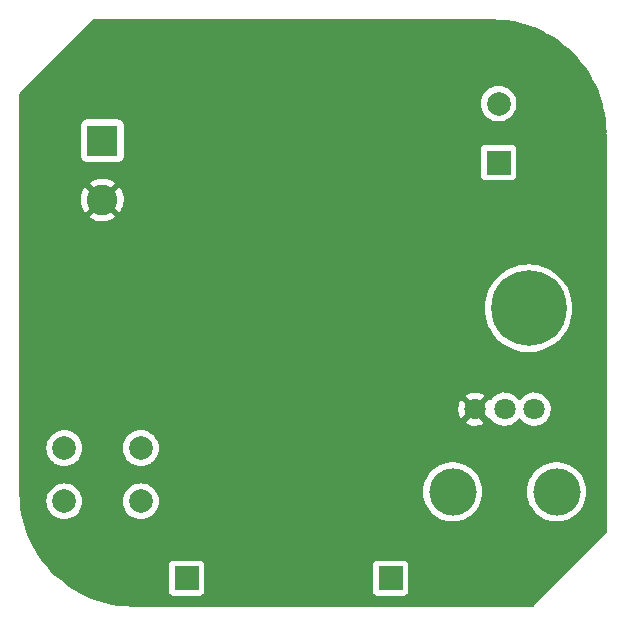
<source format=gbr>
%TF.GenerationSoftware,KiCad,Pcbnew,(6.0.10)*%
%TF.CreationDate,2023-02-14T20:35:35-05:00*%
%TF.ProjectId,starterProject,73746172-7465-4725-9072-6f6a6563742e,rev?*%
%TF.SameCoordinates,Original*%
%TF.FileFunction,Copper,L2,Bot*%
%TF.FilePolarity,Positive*%
%FSLAX46Y46*%
G04 Gerber Fmt 4.6, Leading zero omitted, Abs format (unit mm)*
G04 Created by KiCad (PCBNEW (6.0.10)) date 2023-02-14 20:35:35*
%MOMM*%
%LPD*%
G01*
G04 APERTURE LIST*
%TA.AperFunction,ComponentPad*%
%ADD10R,2.000000X2.000000*%
%TD*%
%TA.AperFunction,WasherPad*%
%ADD11C,4.000000*%
%TD*%
%TA.AperFunction,ComponentPad*%
%ADD12C,1.800000*%
%TD*%
%TA.AperFunction,ComponentPad*%
%ADD13C,2.000000*%
%TD*%
%TA.AperFunction,ComponentPad*%
%ADD14C,6.400000*%
%TD*%
%TA.AperFunction,ComponentPad*%
%ADD15R,2.600000X2.600000*%
%TD*%
%TA.AperFunction,ComponentPad*%
%ADD16C,2.600000*%
%TD*%
%TA.AperFunction,ViaPad*%
%ADD17C,0.762000*%
%TD*%
G04 APERTURE END LIST*
D10*
%TO.P,TP2,1,1*%
%TO.N,Net-(RV1-Pad2)*%
X132588000Y-99715977D03*
%TD*%
D11*
%TO.P,RV1,*%
%TO.N,*%
X137840000Y-92390000D03*
X146640000Y-92390000D03*
D12*
%TO.P,RV1,1,1*%
%TO.N,+3.3V*%
X139740000Y-85390000D03*
%TO.P,RV1,2,2*%
%TO.N,Net-(RV1-Pad2)*%
X142240000Y-85390000D03*
%TO.P,RV1,3,3*%
%TO.N,GND*%
X144740000Y-85390000D03*
%TD*%
D13*
%TO.P,SW1,1,1*%
%TO.N,GND*%
X111454000Y-93182000D03*
X104954000Y-93182000D03*
%TO.P,SW1,2,2*%
%TO.N,Net-(SW1-Pad2)*%
X104954000Y-88682000D03*
X111454000Y-88682000D03*
%TD*%
D10*
%TO.P,TP1,1,1*%
%TO.N,GND*%
X115316000Y-99715977D03*
%TD*%
D14*
%TO.P,REF\u002A\u002A,1*%
%TO.N,N/C*%
X144272000Y-76855977D03*
%TD*%
D15*
%TO.P,J1,1,Pin_1*%
%TO.N,GND*%
X108188000Y-62671977D03*
D16*
%TO.P,J1,2,Pin_2*%
%TO.N,+3.3V*%
X108188000Y-67671977D03*
%TD*%
D10*
%TO.P,BZ1,1,-*%
%TO.N,Net-(BZ1-Pad1)*%
X141732000Y-64516000D03*
D13*
%TO.P,BZ1,2,+*%
%TO.N,GND*%
X141732000Y-59516000D03*
%TD*%
D17*
%TO.N,+3.3V*%
X116840000Y-74168000D03*
X121412000Y-74168000D03*
%TD*%
%TA.AperFunction,Conductor*%
%TO.N,+3.3V*%
G36*
X141194020Y-52398205D02*
G01*
X141208125Y-52400401D01*
X141208328Y-52400433D01*
X141217724Y-52401896D01*
X141226626Y-52400732D01*
X141226628Y-52400732D01*
X141234424Y-52399712D01*
X141240837Y-52398874D01*
X141261129Y-52397872D01*
X141826065Y-52415626D01*
X141833965Y-52416123D01*
X142175432Y-52448401D01*
X142429719Y-52472438D01*
X142437554Y-52473428D01*
X143028604Y-52567041D01*
X143036372Y-52568524D01*
X143620372Y-52699064D01*
X143628039Y-52701032D01*
X143903338Y-52781013D01*
X144202687Y-52867982D01*
X144210190Y-52870420D01*
X144773243Y-53073131D01*
X144780571Y-53076033D01*
X145329787Y-53313700D01*
X145336919Y-53317056D01*
X145670713Y-53487132D01*
X145870128Y-53588739D01*
X145877064Y-53592553D01*
X146392113Y-53897153D01*
X146398796Y-53901394D01*
X146893732Y-54237752D01*
X146900136Y-54242405D01*
X147372972Y-54609175D01*
X147379071Y-54614220D01*
X147827932Y-55009943D01*
X147833703Y-55015362D01*
X148256842Y-55438502D01*
X148262260Y-55444272D01*
X148657983Y-55893133D01*
X148663028Y-55899232D01*
X149029803Y-56372075D01*
X149034456Y-56378479D01*
X149370796Y-56873389D01*
X149375038Y-56880072D01*
X149679656Y-57395153D01*
X149683469Y-57402089D01*
X149955146Y-57935285D01*
X149958509Y-57942433D01*
X150196161Y-58491618D01*
X150199075Y-58498977D01*
X150246534Y-58630798D01*
X150398615Y-59053218D01*
X150401777Y-59062002D01*
X150404219Y-59069518D01*
X150466597Y-59284223D01*
X150571170Y-59644166D01*
X150573139Y-59651833D01*
X150695309Y-60198389D01*
X150703678Y-60235832D01*
X150705160Y-60243600D01*
X150730789Y-60405416D01*
X150798772Y-60834643D01*
X150799764Y-60842497D01*
X150856077Y-61438240D01*
X150856574Y-61446139D01*
X150874091Y-62003531D01*
X150872653Y-62026874D01*
X150871690Y-62033056D01*
X150871690Y-62033060D01*
X150870309Y-62041929D01*
X150871473Y-62050831D01*
X150871473Y-62050833D01*
X150874436Y-62073488D01*
X150875500Y-62089826D01*
X150875500Y-95822616D01*
X150855498Y-95890737D01*
X150838890Y-95911416D01*
X144721401Y-102069541D01*
X144659202Y-102103772D01*
X144632014Y-102106741D01*
X129557403Y-102107079D01*
X110865563Y-102107499D01*
X110846185Y-102106000D01*
X110832080Y-102103804D01*
X110831351Y-102103690D01*
X110822481Y-102102309D01*
X110813579Y-102103473D01*
X110813577Y-102103473D01*
X110805781Y-102104493D01*
X110799368Y-102105331D01*
X110779076Y-102106333D01*
X110214139Y-102088579D01*
X110206240Y-102088082D01*
X109610497Y-102031769D01*
X109602643Y-102030777D01*
X109532745Y-102019706D01*
X109011599Y-101937165D01*
X109003831Y-101935682D01*
X108419831Y-101805142D01*
X108412164Y-101803174D01*
X108136865Y-101723193D01*
X107837516Y-101636224D01*
X107830013Y-101633786D01*
X107548488Y-101532431D01*
X107266975Y-101431080D01*
X107259616Y-101428166D01*
X106710431Y-101190514D01*
X106703283Y-101187151D01*
X106170086Y-100915473D01*
X106163150Y-100911660D01*
X105913658Y-100764111D01*
X113807500Y-100764111D01*
X113814255Y-100826293D01*
X113865385Y-100962682D01*
X113952739Y-101079238D01*
X114069295Y-101166592D01*
X114205684Y-101217722D01*
X114267866Y-101224477D01*
X116364134Y-101224477D01*
X116426316Y-101217722D01*
X116562705Y-101166592D01*
X116679261Y-101079238D01*
X116766615Y-100962682D01*
X116817745Y-100826293D01*
X116824500Y-100764111D01*
X131079500Y-100764111D01*
X131086255Y-100826293D01*
X131137385Y-100962682D01*
X131224739Y-101079238D01*
X131341295Y-101166592D01*
X131477684Y-101217722D01*
X131539866Y-101224477D01*
X133636134Y-101224477D01*
X133698316Y-101217722D01*
X133834705Y-101166592D01*
X133951261Y-101079238D01*
X134038615Y-100962682D01*
X134089745Y-100826293D01*
X134096500Y-100764111D01*
X134096500Y-98667843D01*
X134089745Y-98605661D01*
X134038615Y-98469272D01*
X133951261Y-98352716D01*
X133834705Y-98265362D01*
X133698316Y-98214232D01*
X133636134Y-98207477D01*
X131539866Y-98207477D01*
X131477684Y-98214232D01*
X131341295Y-98265362D01*
X131224739Y-98352716D01*
X131137385Y-98469272D01*
X131086255Y-98605661D01*
X131079500Y-98667843D01*
X131079500Y-100764111D01*
X116824500Y-100764111D01*
X116824500Y-98667843D01*
X116817745Y-98605661D01*
X116766615Y-98469272D01*
X116679261Y-98352716D01*
X116562705Y-98265362D01*
X116426316Y-98214232D01*
X116364134Y-98207477D01*
X114267866Y-98207477D01*
X114205684Y-98214232D01*
X114069295Y-98265362D01*
X113952739Y-98352716D01*
X113865385Y-98469272D01*
X113814255Y-98605661D01*
X113807500Y-98667843D01*
X113807500Y-100764111D01*
X105913658Y-100764111D01*
X105648076Y-100607047D01*
X105641392Y-100602805D01*
X105146468Y-100266455D01*
X105140065Y-100261803D01*
X105085235Y-100219272D01*
X104667228Y-99895033D01*
X104661129Y-99889987D01*
X104212260Y-99494256D01*
X104206490Y-99488837D01*
X103783366Y-99065713D01*
X103777947Y-99059943D01*
X103574770Y-98829484D01*
X103382203Y-98611059D01*
X103377181Y-98604990D01*
X103010395Y-98132132D01*
X103005748Y-98125736D01*
X102669387Y-97630796D01*
X102665165Y-97624144D01*
X102360542Y-97109054D01*
X102356729Y-97102118D01*
X102143364Y-96683367D01*
X102085051Y-96568921D01*
X102081695Y-96561789D01*
X101844029Y-96012574D01*
X101841127Y-96005244D01*
X101638415Y-95442191D01*
X101635973Y-95434676D01*
X101469027Y-94860040D01*
X101467059Y-94852373D01*
X101336519Y-94268373D01*
X101335035Y-94260598D01*
X101241423Y-93669555D01*
X101240432Y-93661711D01*
X101195086Y-93182000D01*
X103440835Y-93182000D01*
X103459465Y-93418711D01*
X103514895Y-93649594D01*
X103605760Y-93868963D01*
X103608346Y-93873183D01*
X103727241Y-94067202D01*
X103727245Y-94067208D01*
X103729824Y-94071416D01*
X103884031Y-94251969D01*
X104064584Y-94406176D01*
X104068792Y-94408755D01*
X104068798Y-94408759D01*
X104262817Y-94527654D01*
X104267037Y-94530240D01*
X104271607Y-94532133D01*
X104271611Y-94532135D01*
X104481833Y-94619211D01*
X104486406Y-94621105D01*
X104566609Y-94640360D01*
X104712476Y-94675380D01*
X104712482Y-94675381D01*
X104717289Y-94676535D01*
X104954000Y-94695165D01*
X105190711Y-94676535D01*
X105195518Y-94675381D01*
X105195524Y-94675380D01*
X105341391Y-94640360D01*
X105421594Y-94621105D01*
X105426167Y-94619211D01*
X105636389Y-94532135D01*
X105636393Y-94532133D01*
X105640963Y-94530240D01*
X105645183Y-94527654D01*
X105839202Y-94408759D01*
X105839208Y-94408755D01*
X105843416Y-94406176D01*
X106023969Y-94251969D01*
X106178176Y-94071416D01*
X106180755Y-94067208D01*
X106180759Y-94067202D01*
X106299654Y-93873183D01*
X106302240Y-93868963D01*
X106393105Y-93649594D01*
X106448535Y-93418711D01*
X106467165Y-93182000D01*
X109940835Y-93182000D01*
X109959465Y-93418711D01*
X110014895Y-93649594D01*
X110105760Y-93868963D01*
X110108346Y-93873183D01*
X110227241Y-94067202D01*
X110227245Y-94067208D01*
X110229824Y-94071416D01*
X110384031Y-94251969D01*
X110564584Y-94406176D01*
X110568792Y-94408755D01*
X110568798Y-94408759D01*
X110762817Y-94527654D01*
X110767037Y-94530240D01*
X110771607Y-94532133D01*
X110771611Y-94532135D01*
X110981833Y-94619211D01*
X110986406Y-94621105D01*
X111066609Y-94640360D01*
X111212476Y-94675380D01*
X111212482Y-94675381D01*
X111217289Y-94676535D01*
X111454000Y-94695165D01*
X111690711Y-94676535D01*
X111695518Y-94675381D01*
X111695524Y-94675380D01*
X111841391Y-94640360D01*
X111921594Y-94621105D01*
X111926167Y-94619211D01*
X112136389Y-94532135D01*
X112136393Y-94532133D01*
X112140963Y-94530240D01*
X112145183Y-94527654D01*
X112339202Y-94408759D01*
X112339208Y-94408755D01*
X112343416Y-94406176D01*
X112523969Y-94251969D01*
X112678176Y-94071416D01*
X112680755Y-94067208D01*
X112680759Y-94067202D01*
X112799654Y-93873183D01*
X112802240Y-93868963D01*
X112893105Y-93649594D01*
X112948535Y-93418711D01*
X112967165Y-93182000D01*
X112948535Y-92945289D01*
X112893105Y-92714406D01*
X112802240Y-92495037D01*
X112770626Y-92443448D01*
X112737873Y-92390000D01*
X135326540Y-92390000D01*
X135346359Y-92705020D01*
X135405505Y-93015072D01*
X135503044Y-93315266D01*
X135504731Y-93318852D01*
X135504733Y-93318856D01*
X135635750Y-93597283D01*
X135635754Y-93597290D01*
X135637438Y-93600869D01*
X135806568Y-93867375D01*
X136007767Y-94110582D01*
X136237860Y-94326654D01*
X136493221Y-94512184D01*
X136496690Y-94514091D01*
X136496693Y-94514093D01*
X136687901Y-94619211D01*
X136769821Y-94664247D01*
X136773490Y-94665700D01*
X136773495Y-94665702D01*
X137059628Y-94778990D01*
X137063298Y-94780443D01*
X137369025Y-94858940D01*
X137682179Y-94898500D01*
X137997821Y-94898500D01*
X138310975Y-94858940D01*
X138616702Y-94780443D01*
X138620372Y-94778990D01*
X138906505Y-94665702D01*
X138906510Y-94665700D01*
X138910179Y-94664247D01*
X138992099Y-94619211D01*
X139183307Y-94514093D01*
X139183310Y-94514091D01*
X139186779Y-94512184D01*
X139442140Y-94326654D01*
X139672233Y-94110582D01*
X139873432Y-93867375D01*
X140042562Y-93600869D01*
X140044246Y-93597290D01*
X140044250Y-93597283D01*
X140175267Y-93318856D01*
X140175269Y-93318852D01*
X140176956Y-93315266D01*
X140274495Y-93015072D01*
X140333641Y-92705020D01*
X140353460Y-92390000D01*
X144126540Y-92390000D01*
X144146359Y-92705020D01*
X144205505Y-93015072D01*
X144303044Y-93315266D01*
X144304731Y-93318852D01*
X144304733Y-93318856D01*
X144435750Y-93597283D01*
X144435754Y-93597290D01*
X144437438Y-93600869D01*
X144606568Y-93867375D01*
X144807767Y-94110582D01*
X145037860Y-94326654D01*
X145293221Y-94512184D01*
X145296690Y-94514091D01*
X145296693Y-94514093D01*
X145487901Y-94619211D01*
X145569821Y-94664247D01*
X145573490Y-94665700D01*
X145573495Y-94665702D01*
X145859628Y-94778990D01*
X145863298Y-94780443D01*
X146169025Y-94858940D01*
X146482179Y-94898500D01*
X146797821Y-94898500D01*
X147110975Y-94858940D01*
X147416702Y-94780443D01*
X147420372Y-94778990D01*
X147706505Y-94665702D01*
X147706510Y-94665700D01*
X147710179Y-94664247D01*
X147792099Y-94619211D01*
X147983307Y-94514093D01*
X147983310Y-94514091D01*
X147986779Y-94512184D01*
X148242140Y-94326654D01*
X148472233Y-94110582D01*
X148673432Y-93867375D01*
X148842562Y-93600869D01*
X148844246Y-93597290D01*
X148844250Y-93597283D01*
X148975267Y-93318856D01*
X148975269Y-93318852D01*
X148976956Y-93315266D01*
X149074495Y-93015072D01*
X149133641Y-92705020D01*
X149153460Y-92390000D01*
X149133641Y-92074980D01*
X149074495Y-91764928D01*
X148976956Y-91464734D01*
X148975267Y-91461144D01*
X148844250Y-91182717D01*
X148844246Y-91182710D01*
X148842562Y-91179131D01*
X148673432Y-90912625D01*
X148472233Y-90669418D01*
X148242140Y-90453346D01*
X147986779Y-90267816D01*
X147853923Y-90194777D01*
X147713648Y-90117660D01*
X147713647Y-90117659D01*
X147710179Y-90115753D01*
X147706510Y-90114300D01*
X147706505Y-90114298D01*
X147420372Y-90001010D01*
X147420371Y-90001010D01*
X147416702Y-89999557D01*
X147110975Y-89921060D01*
X146797821Y-89881500D01*
X146482179Y-89881500D01*
X146169025Y-89921060D01*
X145863298Y-89999557D01*
X145859629Y-90001010D01*
X145859628Y-90001010D01*
X145573495Y-90114298D01*
X145573490Y-90114300D01*
X145569821Y-90115753D01*
X145566353Y-90117659D01*
X145566352Y-90117660D01*
X145426078Y-90194777D01*
X145293221Y-90267816D01*
X145037860Y-90453346D01*
X144807767Y-90669418D01*
X144606568Y-90912625D01*
X144437438Y-91179131D01*
X144435754Y-91182710D01*
X144435750Y-91182717D01*
X144304733Y-91461144D01*
X144303044Y-91464734D01*
X144205505Y-91764928D01*
X144146359Y-92074980D01*
X144126540Y-92390000D01*
X140353460Y-92390000D01*
X140333641Y-92074980D01*
X140274495Y-91764928D01*
X140176956Y-91464734D01*
X140175267Y-91461144D01*
X140044250Y-91182717D01*
X140044246Y-91182710D01*
X140042562Y-91179131D01*
X139873432Y-90912625D01*
X139672233Y-90669418D01*
X139442140Y-90453346D01*
X139186779Y-90267816D01*
X139053923Y-90194777D01*
X138913648Y-90117660D01*
X138913647Y-90117659D01*
X138910179Y-90115753D01*
X138906510Y-90114300D01*
X138906505Y-90114298D01*
X138620372Y-90001010D01*
X138620371Y-90001010D01*
X138616702Y-89999557D01*
X138310975Y-89921060D01*
X137997821Y-89881500D01*
X137682179Y-89881500D01*
X137369025Y-89921060D01*
X137063298Y-89999557D01*
X137059629Y-90001010D01*
X137059628Y-90001010D01*
X136773495Y-90114298D01*
X136773490Y-90114300D01*
X136769821Y-90115753D01*
X136766353Y-90117659D01*
X136766352Y-90117660D01*
X136626078Y-90194777D01*
X136493221Y-90267816D01*
X136237860Y-90453346D01*
X136007767Y-90669418D01*
X135806568Y-90912625D01*
X135637438Y-91179131D01*
X135635754Y-91182710D01*
X135635750Y-91182717D01*
X135504733Y-91461144D01*
X135503044Y-91464734D01*
X135405505Y-91764928D01*
X135346359Y-92074980D01*
X135326540Y-92390000D01*
X112737873Y-92390000D01*
X112680759Y-92296798D01*
X112680755Y-92296792D01*
X112678176Y-92292584D01*
X112523969Y-92112031D01*
X112343416Y-91957824D01*
X112339208Y-91955245D01*
X112339202Y-91955241D01*
X112145183Y-91836346D01*
X112140963Y-91833760D01*
X112136393Y-91831867D01*
X112136389Y-91831865D01*
X111926167Y-91744789D01*
X111926165Y-91744788D01*
X111921594Y-91742895D01*
X111841391Y-91723640D01*
X111695524Y-91688620D01*
X111695518Y-91688619D01*
X111690711Y-91687465D01*
X111454000Y-91668835D01*
X111217289Y-91687465D01*
X111212482Y-91688619D01*
X111212476Y-91688620D01*
X111066609Y-91723640D01*
X110986406Y-91742895D01*
X110981835Y-91744788D01*
X110981833Y-91744789D01*
X110771611Y-91831865D01*
X110771607Y-91831867D01*
X110767037Y-91833760D01*
X110762817Y-91836346D01*
X110568798Y-91955241D01*
X110568792Y-91955245D01*
X110564584Y-91957824D01*
X110384031Y-92112031D01*
X110229824Y-92292584D01*
X110227245Y-92296792D01*
X110227241Y-92296798D01*
X110137374Y-92443448D01*
X110105760Y-92495037D01*
X110014895Y-92714406D01*
X109959465Y-92945289D01*
X109940835Y-93182000D01*
X106467165Y-93182000D01*
X106448535Y-92945289D01*
X106393105Y-92714406D01*
X106302240Y-92495037D01*
X106270626Y-92443448D01*
X106180759Y-92296798D01*
X106180755Y-92296792D01*
X106178176Y-92292584D01*
X106023969Y-92112031D01*
X105843416Y-91957824D01*
X105839208Y-91955245D01*
X105839202Y-91955241D01*
X105645183Y-91836346D01*
X105640963Y-91833760D01*
X105636393Y-91831867D01*
X105636389Y-91831865D01*
X105426167Y-91744789D01*
X105426165Y-91744788D01*
X105421594Y-91742895D01*
X105341391Y-91723640D01*
X105195524Y-91688620D01*
X105195518Y-91688619D01*
X105190711Y-91687465D01*
X104954000Y-91668835D01*
X104717289Y-91687465D01*
X104712482Y-91688619D01*
X104712476Y-91688620D01*
X104566609Y-91723640D01*
X104486406Y-91742895D01*
X104481835Y-91744788D01*
X104481833Y-91744789D01*
X104271611Y-91831865D01*
X104271607Y-91831867D01*
X104267037Y-91833760D01*
X104262817Y-91836346D01*
X104068798Y-91955241D01*
X104068792Y-91955245D01*
X104064584Y-91957824D01*
X103884031Y-92112031D01*
X103729824Y-92292584D01*
X103727245Y-92296792D01*
X103727241Y-92296798D01*
X103637374Y-92443448D01*
X103605760Y-92495037D01*
X103514895Y-92714406D01*
X103459465Y-92945289D01*
X103440835Y-93182000D01*
X101195086Y-93182000D01*
X101184118Y-93065965D01*
X101183621Y-93058065D01*
X101166106Y-92500725D01*
X101167544Y-92477384D01*
X101168515Y-92471150D01*
X101168515Y-92471145D01*
X101169896Y-92462276D01*
X101165769Y-92430714D01*
X101164705Y-92414379D01*
X101164705Y-88682000D01*
X103440835Y-88682000D01*
X103459465Y-88918711D01*
X103514895Y-89149594D01*
X103605760Y-89368963D01*
X103608346Y-89373183D01*
X103727241Y-89567202D01*
X103727245Y-89567208D01*
X103729824Y-89571416D01*
X103884031Y-89751969D01*
X104064584Y-89906176D01*
X104068792Y-89908755D01*
X104068798Y-89908759D01*
X104215366Y-89998576D01*
X104267037Y-90030240D01*
X104271607Y-90032133D01*
X104271611Y-90032135D01*
X104469972Y-90114298D01*
X104486406Y-90121105D01*
X104566609Y-90140360D01*
X104712476Y-90175380D01*
X104712482Y-90175381D01*
X104717289Y-90176535D01*
X104954000Y-90195165D01*
X105190711Y-90176535D01*
X105195518Y-90175381D01*
X105195524Y-90175380D01*
X105341391Y-90140360D01*
X105421594Y-90121105D01*
X105438028Y-90114298D01*
X105636389Y-90032135D01*
X105636393Y-90032133D01*
X105640963Y-90030240D01*
X105692634Y-89998576D01*
X105839202Y-89908759D01*
X105839208Y-89908755D01*
X105843416Y-89906176D01*
X106023969Y-89751969D01*
X106178176Y-89571416D01*
X106180755Y-89567208D01*
X106180759Y-89567202D01*
X106299654Y-89373183D01*
X106302240Y-89368963D01*
X106393105Y-89149594D01*
X106448535Y-88918711D01*
X106467165Y-88682000D01*
X109940835Y-88682000D01*
X109959465Y-88918711D01*
X110014895Y-89149594D01*
X110105760Y-89368963D01*
X110108346Y-89373183D01*
X110227241Y-89567202D01*
X110227245Y-89567208D01*
X110229824Y-89571416D01*
X110384031Y-89751969D01*
X110564584Y-89906176D01*
X110568792Y-89908755D01*
X110568798Y-89908759D01*
X110715366Y-89998576D01*
X110767037Y-90030240D01*
X110771607Y-90032133D01*
X110771611Y-90032135D01*
X110969972Y-90114298D01*
X110986406Y-90121105D01*
X111066609Y-90140360D01*
X111212476Y-90175380D01*
X111212482Y-90175381D01*
X111217289Y-90176535D01*
X111454000Y-90195165D01*
X111690711Y-90176535D01*
X111695518Y-90175381D01*
X111695524Y-90175380D01*
X111841391Y-90140360D01*
X111921594Y-90121105D01*
X111938028Y-90114298D01*
X112136389Y-90032135D01*
X112136393Y-90032133D01*
X112140963Y-90030240D01*
X112192634Y-89998576D01*
X112339202Y-89908759D01*
X112339208Y-89908755D01*
X112343416Y-89906176D01*
X112523969Y-89751969D01*
X112678176Y-89571416D01*
X112680755Y-89567208D01*
X112680759Y-89567202D01*
X112799654Y-89373183D01*
X112802240Y-89368963D01*
X112893105Y-89149594D01*
X112948535Y-88918711D01*
X112967165Y-88682000D01*
X112948535Y-88445289D01*
X112893105Y-88214406D01*
X112802240Y-87995037D01*
X112799654Y-87990817D01*
X112680759Y-87796798D01*
X112680755Y-87796792D01*
X112678176Y-87792584D01*
X112523969Y-87612031D01*
X112343416Y-87457824D01*
X112339208Y-87455245D01*
X112339202Y-87455241D01*
X112145183Y-87336346D01*
X112140963Y-87333760D01*
X112136393Y-87331867D01*
X112136389Y-87331865D01*
X111926167Y-87244789D01*
X111926165Y-87244788D01*
X111921594Y-87242895D01*
X111841391Y-87223640D01*
X111695524Y-87188620D01*
X111695518Y-87188619D01*
X111690711Y-87187465D01*
X111454000Y-87168835D01*
X111217289Y-87187465D01*
X111212482Y-87188619D01*
X111212476Y-87188620D01*
X111066609Y-87223640D01*
X110986406Y-87242895D01*
X110981835Y-87244788D01*
X110981833Y-87244789D01*
X110771611Y-87331865D01*
X110771607Y-87331867D01*
X110767037Y-87333760D01*
X110762817Y-87336346D01*
X110568798Y-87455241D01*
X110568792Y-87455245D01*
X110564584Y-87457824D01*
X110384031Y-87612031D01*
X110229824Y-87792584D01*
X110227245Y-87796792D01*
X110227241Y-87796798D01*
X110108346Y-87990817D01*
X110105760Y-87995037D01*
X110014895Y-88214406D01*
X109959465Y-88445289D01*
X109940835Y-88682000D01*
X106467165Y-88682000D01*
X106448535Y-88445289D01*
X106393105Y-88214406D01*
X106302240Y-87995037D01*
X106299654Y-87990817D01*
X106180759Y-87796798D01*
X106180755Y-87796792D01*
X106178176Y-87792584D01*
X106023969Y-87612031D01*
X105843416Y-87457824D01*
X105839208Y-87455245D01*
X105839202Y-87455241D01*
X105645183Y-87336346D01*
X105640963Y-87333760D01*
X105636393Y-87331867D01*
X105636389Y-87331865D01*
X105426167Y-87244789D01*
X105426165Y-87244788D01*
X105421594Y-87242895D01*
X105341391Y-87223640D01*
X105195524Y-87188620D01*
X105195518Y-87188619D01*
X105190711Y-87187465D01*
X104954000Y-87168835D01*
X104717289Y-87187465D01*
X104712482Y-87188619D01*
X104712476Y-87188620D01*
X104566609Y-87223640D01*
X104486406Y-87242895D01*
X104481835Y-87244788D01*
X104481833Y-87244789D01*
X104271611Y-87331865D01*
X104271607Y-87331867D01*
X104267037Y-87333760D01*
X104262817Y-87336346D01*
X104068798Y-87455241D01*
X104068792Y-87455245D01*
X104064584Y-87457824D01*
X103884031Y-87612031D01*
X103729824Y-87792584D01*
X103727245Y-87796792D01*
X103727241Y-87796798D01*
X103608346Y-87990817D01*
X103605760Y-87995037D01*
X103514895Y-88214406D01*
X103459465Y-88445289D01*
X103440835Y-88682000D01*
X101164705Y-88682000D01*
X101164705Y-86551406D01*
X138943423Y-86551406D01*
X138948704Y-86558461D01*
X139125080Y-86661527D01*
X139134363Y-86665974D01*
X139341003Y-86744883D01*
X139350901Y-86747759D01*
X139567653Y-86791857D01*
X139577883Y-86793076D01*
X139798914Y-86801182D01*
X139809223Y-86800714D01*
X140028623Y-86772608D01*
X140038688Y-86770468D01*
X140250557Y-86706905D01*
X140260152Y-86703144D01*
X140458778Y-86605838D01*
X140467636Y-86600559D01*
X140525097Y-86559572D01*
X140533497Y-86548874D01*
X140526510Y-86535721D01*
X139752811Y-85762021D01*
X139738868Y-85754408D01*
X139737034Y-85754539D01*
X139730420Y-85758790D01*
X138950180Y-86539031D01*
X138943423Y-86551406D01*
X101164705Y-86551406D01*
X101164705Y-85360638D01*
X138327893Y-85360638D01*
X138340627Y-85581468D01*
X138342061Y-85591670D01*
X138390685Y-85807439D01*
X138393773Y-85817292D01*
X138476986Y-86022220D01*
X138481634Y-86031421D01*
X138570097Y-86175781D01*
X138580553Y-86185242D01*
X138589331Y-86181458D01*
X139367979Y-85402811D01*
X139374356Y-85391132D01*
X140104408Y-85391132D01*
X140104539Y-85392966D01*
X140108790Y-85399580D01*
X140886307Y-86177096D01*
X140898313Y-86183652D01*
X140907244Y-86176829D01*
X140973519Y-86151370D01*
X141043037Y-86165783D01*
X141091165Y-86211117D01*
X141096800Y-86220311D01*
X141099501Y-86224719D01*
X141251147Y-86399784D01*
X141429349Y-86547730D01*
X141629322Y-86664584D01*
X141845694Y-86747209D01*
X141850760Y-86748240D01*
X141850761Y-86748240D01*
X141903846Y-86759040D01*
X142072656Y-86793385D01*
X142203324Y-86798176D01*
X142298949Y-86801683D01*
X142298953Y-86801683D01*
X142304113Y-86801872D01*
X142309233Y-86801216D01*
X142309235Y-86801216D01*
X142382291Y-86791857D01*
X142533847Y-86772442D01*
X142538795Y-86770957D01*
X142538802Y-86770956D01*
X142750747Y-86707369D01*
X142755690Y-86705886D01*
X142837161Y-86665974D01*
X142959049Y-86606262D01*
X142959052Y-86606260D01*
X142963684Y-86603991D01*
X143152243Y-86469494D01*
X143316303Y-86306005D01*
X143385370Y-86209888D01*
X143441365Y-86166240D01*
X143512068Y-86159794D01*
X143575033Y-86192597D01*
X143595128Y-86217584D01*
X143596799Y-86220311D01*
X143596802Y-86220315D01*
X143599501Y-86224719D01*
X143751147Y-86399784D01*
X143929349Y-86547730D01*
X144129322Y-86664584D01*
X144345694Y-86747209D01*
X144350760Y-86748240D01*
X144350761Y-86748240D01*
X144403846Y-86759040D01*
X144572656Y-86793385D01*
X144703324Y-86798176D01*
X144798949Y-86801683D01*
X144798953Y-86801683D01*
X144804113Y-86801872D01*
X144809233Y-86801216D01*
X144809235Y-86801216D01*
X144882291Y-86791857D01*
X145033847Y-86772442D01*
X145038795Y-86770957D01*
X145038802Y-86770956D01*
X145250747Y-86707369D01*
X145255690Y-86705886D01*
X145337161Y-86665974D01*
X145459049Y-86606262D01*
X145459052Y-86606260D01*
X145463684Y-86603991D01*
X145652243Y-86469494D01*
X145816303Y-86306005D01*
X145951458Y-86117917D01*
X146054078Y-85910280D01*
X146121408Y-85688671D01*
X146151640Y-85459041D01*
X146153327Y-85390000D01*
X146147032Y-85313434D01*
X146134773Y-85164318D01*
X146134772Y-85164312D01*
X146134349Y-85159167D01*
X146100797Y-85025592D01*
X146079184Y-84939544D01*
X146079183Y-84939540D01*
X146077925Y-84934533D01*
X145985570Y-84722131D01*
X145859764Y-84527665D01*
X145703887Y-84356358D01*
X145699836Y-84353159D01*
X145699832Y-84353155D01*
X145526177Y-84216011D01*
X145526172Y-84216008D01*
X145522123Y-84212810D01*
X145517607Y-84210317D01*
X145517604Y-84210315D01*
X145323879Y-84103373D01*
X145323875Y-84103371D01*
X145319355Y-84100876D01*
X145314486Y-84099152D01*
X145314482Y-84099150D01*
X145105903Y-84025288D01*
X145105899Y-84025287D01*
X145101028Y-84023562D01*
X145095935Y-84022655D01*
X145095932Y-84022654D01*
X144878095Y-83983851D01*
X144878089Y-83983850D01*
X144873006Y-83982945D01*
X144800096Y-83982054D01*
X144646581Y-83980179D01*
X144646579Y-83980179D01*
X144641411Y-83980116D01*
X144412464Y-84015150D01*
X144192314Y-84087106D01*
X144187726Y-84089494D01*
X144187722Y-84089496D01*
X143991461Y-84191663D01*
X143986872Y-84194052D01*
X143982739Y-84197155D01*
X143982736Y-84197157D01*
X143923284Y-84241795D01*
X143801655Y-84333117D01*
X143641639Y-84500564D01*
X143594836Y-84569174D01*
X143539927Y-84614175D01*
X143469402Y-84622346D01*
X143405655Y-84591092D01*
X143384959Y-84566609D01*
X143362577Y-84532013D01*
X143362574Y-84532009D01*
X143359764Y-84527665D01*
X143203887Y-84356358D01*
X143199836Y-84353159D01*
X143199832Y-84353155D01*
X143026177Y-84216011D01*
X143026172Y-84216008D01*
X143022123Y-84212810D01*
X143017607Y-84210317D01*
X143017604Y-84210315D01*
X142823879Y-84103373D01*
X142823875Y-84103371D01*
X142819355Y-84100876D01*
X142814486Y-84099152D01*
X142814482Y-84099150D01*
X142605903Y-84025288D01*
X142605899Y-84025287D01*
X142601028Y-84023562D01*
X142595935Y-84022655D01*
X142595932Y-84022654D01*
X142378095Y-83983851D01*
X142378089Y-83983850D01*
X142373006Y-83982945D01*
X142300096Y-83982054D01*
X142146581Y-83980179D01*
X142146579Y-83980179D01*
X142141411Y-83980116D01*
X141912464Y-84015150D01*
X141692314Y-84087106D01*
X141687726Y-84089494D01*
X141687722Y-84089496D01*
X141491461Y-84191663D01*
X141486872Y-84194052D01*
X141482739Y-84197155D01*
X141482736Y-84197157D01*
X141423284Y-84241795D01*
X141301655Y-84333117D01*
X141141639Y-84500564D01*
X141138730Y-84504829D01*
X141138724Y-84504837D01*
X141090199Y-84575972D01*
X141035288Y-84620975D01*
X140964763Y-84629146D01*
X140903884Y-84600439D01*
X140898538Y-84595835D01*
X140888973Y-84600238D01*
X140112021Y-85377189D01*
X140104408Y-85391132D01*
X139374356Y-85391132D01*
X139375592Y-85388868D01*
X139375461Y-85387034D01*
X139371210Y-85380420D01*
X138593862Y-84603073D01*
X138582330Y-84596776D01*
X138570048Y-84606399D01*
X138514467Y-84687877D01*
X138509379Y-84696833D01*
X138416252Y-84897459D01*
X138412689Y-84907146D01*
X138353581Y-85120280D01*
X138351650Y-85130400D01*
X138328145Y-85350349D01*
X138327893Y-85360638D01*
X101164705Y-85360638D01*
X101164705Y-84230711D01*
X138945508Y-84230711D01*
X138952251Y-84243040D01*
X139727189Y-85017979D01*
X139741132Y-85025592D01*
X139742966Y-85025461D01*
X139749580Y-85021210D01*
X140528994Y-84241795D01*
X140536011Y-84228944D01*
X140528237Y-84218274D01*
X140525902Y-84216430D01*
X140517320Y-84210729D01*
X140323678Y-84103833D01*
X140314272Y-84099606D01*
X140105772Y-84025772D01*
X140095809Y-84023140D01*
X139878047Y-83984350D01*
X139867796Y-83983381D01*
X139646616Y-83980679D01*
X139636332Y-83981399D01*
X139417693Y-84014855D01*
X139407666Y-84017244D01*
X139197426Y-84085961D01*
X139187916Y-84089958D01*
X138991725Y-84192089D01*
X138983007Y-84197578D01*
X138953961Y-84219386D01*
X138945508Y-84230711D01*
X101164705Y-84230711D01*
X101164705Y-76855977D01*
X140558411Y-76855977D01*
X140578754Y-77244153D01*
X140639562Y-77628076D01*
X140740167Y-78003539D01*
X140879468Y-78366430D01*
X141055938Y-78712771D01*
X141267643Y-79038770D01*
X141512266Y-79340853D01*
X141787124Y-79615711D01*
X142089207Y-79860334D01*
X142415205Y-80072039D01*
X142418139Y-80073534D01*
X142418146Y-80073538D01*
X142758607Y-80247011D01*
X142761547Y-80248509D01*
X143124438Y-80387810D01*
X143499901Y-80488415D01*
X143703793Y-80520709D01*
X143880576Y-80548709D01*
X143880584Y-80548710D01*
X143883824Y-80549223D01*
X144272000Y-80569566D01*
X144660176Y-80549223D01*
X144663416Y-80548710D01*
X144663424Y-80548709D01*
X144840207Y-80520709D01*
X145044099Y-80488415D01*
X145419562Y-80387810D01*
X145782453Y-80248509D01*
X145785393Y-80247011D01*
X146125854Y-80073538D01*
X146125861Y-80073534D01*
X146128795Y-80072039D01*
X146454793Y-79860334D01*
X146756876Y-79615711D01*
X147031734Y-79340853D01*
X147276357Y-79038770D01*
X147488062Y-78712771D01*
X147664532Y-78366430D01*
X147803833Y-78003539D01*
X147904438Y-77628076D01*
X147965246Y-77244153D01*
X147985589Y-76855977D01*
X147965246Y-76467801D01*
X147904438Y-76083878D01*
X147803833Y-75708415D01*
X147664532Y-75345524D01*
X147488062Y-74999183D01*
X147276357Y-74673184D01*
X147031734Y-74371101D01*
X146756876Y-74096243D01*
X146454793Y-73851620D01*
X146128795Y-73639915D01*
X146125861Y-73638420D01*
X146125854Y-73638416D01*
X145785393Y-73464943D01*
X145782453Y-73463445D01*
X145419562Y-73324144D01*
X145044099Y-73223539D01*
X144840207Y-73191245D01*
X144663424Y-73163245D01*
X144663416Y-73163244D01*
X144660176Y-73162731D01*
X144272000Y-73142388D01*
X143883824Y-73162731D01*
X143880584Y-73163244D01*
X143880576Y-73163245D01*
X143703793Y-73191245D01*
X143499901Y-73223539D01*
X143124438Y-73324144D01*
X142761547Y-73463445D01*
X142758607Y-73464943D01*
X142418147Y-73638416D01*
X142418140Y-73638420D01*
X142415206Y-73639915D01*
X142089207Y-73851620D01*
X141787124Y-74096243D01*
X141512266Y-74371101D01*
X141267643Y-74673184D01*
X141055938Y-74999183D01*
X140879468Y-75345524D01*
X140740167Y-75708415D01*
X140639562Y-76083878D01*
X140578754Y-76467801D01*
X140558411Y-76855977D01*
X101164705Y-76855977D01*
X101164705Y-69116883D01*
X107107839Y-69116883D01*
X107116553Y-69128404D01*
X107223452Y-69206786D01*
X107231351Y-69211722D01*
X107460905Y-69332496D01*
X107469454Y-69336213D01*
X107714327Y-69421726D01*
X107723336Y-69424140D01*
X107978166Y-69472521D01*
X107987423Y-69473575D01*
X108246607Y-69483760D01*
X108255921Y-69483434D01*
X108513753Y-69455197D01*
X108522930Y-69453496D01*
X108773758Y-69387458D01*
X108782574Y-69384422D01*
X109020880Y-69282039D01*
X109029167Y-69277725D01*
X109249718Y-69141243D01*
X109257268Y-69135757D01*
X109262559Y-69131278D01*
X109270997Y-69118474D01*
X109264935Y-69108122D01*
X108200812Y-68043999D01*
X108186868Y-68036385D01*
X108185035Y-68036516D01*
X108178420Y-68040767D01*
X107114497Y-69104690D01*
X107107839Y-69116883D01*
X101164705Y-69116883D01*
X101164705Y-67629188D01*
X106375775Y-67629188D01*
X106388220Y-67888265D01*
X106389356Y-67897520D01*
X106439961Y-68151922D01*
X106442449Y-68160894D01*
X106530095Y-68405010D01*
X106533895Y-68413545D01*
X106656658Y-68642019D01*
X106661666Y-68649881D01*
X106731720Y-68743693D01*
X106742979Y-68752142D01*
X106755397Y-68745370D01*
X107815978Y-67684789D01*
X107822356Y-67673109D01*
X108552408Y-67673109D01*
X108552539Y-67674942D01*
X108556790Y-67681557D01*
X109624094Y-68748861D01*
X109636474Y-68755621D01*
X109644815Y-68749377D01*
X109778832Y-68541025D01*
X109783275Y-68532841D01*
X109889807Y-68296347D01*
X109892997Y-68287582D01*
X109963402Y-68037949D01*
X109965262Y-68028807D01*
X109998187Y-67769996D01*
X109998668Y-67763710D01*
X110000987Y-67675137D01*
X110000836Y-67668828D01*
X109981501Y-67408640D01*
X109980125Y-67399434D01*
X109922878Y-67146444D01*
X109920154Y-67137533D01*
X109826143Y-66895783D01*
X109822132Y-66887374D01*
X109693422Y-66662179D01*
X109688211Y-66654453D01*
X109644996Y-66599635D01*
X109633071Y-66591164D01*
X109621537Y-66597650D01*
X108560022Y-67659165D01*
X108552408Y-67673109D01*
X107822356Y-67673109D01*
X107823592Y-67670845D01*
X107823461Y-67669012D01*
X107819210Y-67662397D01*
X106753816Y-66597003D01*
X106740507Y-66589735D01*
X106730472Y-66596855D01*
X106714937Y-66615533D01*
X106709531Y-66623112D01*
X106574965Y-66844868D01*
X106570736Y-66853169D01*
X106470432Y-67092366D01*
X106467471Y-67101216D01*
X106403628Y-67352602D01*
X106402006Y-67361799D01*
X106376020Y-67619862D01*
X106375775Y-67629188D01*
X101164705Y-67629188D01*
X101164705Y-66224666D01*
X107105102Y-66224666D01*
X107109675Y-66234442D01*
X108175188Y-67299955D01*
X108189132Y-67307569D01*
X108190965Y-67307438D01*
X108197580Y-67303187D01*
X109262349Y-66238418D01*
X109268733Y-66226728D01*
X109259321Y-66214618D01*
X109112045Y-66112448D01*
X109104010Y-66107715D01*
X108871376Y-65992993D01*
X108862743Y-65989505D01*
X108615703Y-65910427D01*
X108606643Y-65908251D01*
X108350630Y-65866557D01*
X108341343Y-65865745D01*
X108081992Y-65862350D01*
X108072681Y-65862920D01*
X107815682Y-65897896D01*
X107806546Y-65899837D01*
X107557543Y-65972416D01*
X107548800Y-65975684D01*
X107313252Y-66084273D01*
X107305097Y-66088793D01*
X107114240Y-66213924D01*
X107105102Y-66224666D01*
X101164705Y-66224666D01*
X101164705Y-65564134D01*
X140223500Y-65564134D01*
X140230255Y-65626316D01*
X140281385Y-65762705D01*
X140368739Y-65879261D01*
X140485295Y-65966615D01*
X140621684Y-66017745D01*
X140683866Y-66024500D01*
X142780134Y-66024500D01*
X142842316Y-66017745D01*
X142978705Y-65966615D01*
X143095261Y-65879261D01*
X143182615Y-65762705D01*
X143233745Y-65626316D01*
X143240500Y-65564134D01*
X143240500Y-63467866D01*
X143233745Y-63405684D01*
X143182615Y-63269295D01*
X143095261Y-63152739D01*
X142978705Y-63065385D01*
X142842316Y-63014255D01*
X142780134Y-63007500D01*
X140683866Y-63007500D01*
X140621684Y-63014255D01*
X140485295Y-63065385D01*
X140368739Y-63152739D01*
X140281385Y-63269295D01*
X140230255Y-63405684D01*
X140223500Y-63467866D01*
X140223500Y-65564134D01*
X101164705Y-65564134D01*
X101164705Y-64020111D01*
X106379500Y-64020111D01*
X106386255Y-64082293D01*
X106437385Y-64218682D01*
X106524739Y-64335238D01*
X106641295Y-64422592D01*
X106777684Y-64473722D01*
X106839866Y-64480477D01*
X109536134Y-64480477D01*
X109598316Y-64473722D01*
X109734705Y-64422592D01*
X109851261Y-64335238D01*
X109938615Y-64218682D01*
X109989745Y-64082293D01*
X109996500Y-64020111D01*
X109996500Y-61323843D01*
X109989745Y-61261661D01*
X109938615Y-61125272D01*
X109851261Y-61008716D01*
X109734705Y-60921362D01*
X109598316Y-60870232D01*
X109536134Y-60863477D01*
X106839866Y-60863477D01*
X106777684Y-60870232D01*
X106641295Y-60921362D01*
X106524739Y-61008716D01*
X106437385Y-61125272D01*
X106386255Y-61261661D01*
X106379500Y-61323843D01*
X106379500Y-64020111D01*
X101164705Y-64020111D01*
X101164705Y-59516000D01*
X140218835Y-59516000D01*
X140237465Y-59752711D01*
X140292895Y-59983594D01*
X140383760Y-60202963D01*
X140386346Y-60207183D01*
X140505241Y-60401202D01*
X140505245Y-60401208D01*
X140507824Y-60405416D01*
X140662031Y-60585969D01*
X140842584Y-60740176D01*
X140846792Y-60742755D01*
X140846798Y-60742759D01*
X141009556Y-60842497D01*
X141045037Y-60864240D01*
X141049607Y-60866133D01*
X141049611Y-60866135D01*
X141259833Y-60953211D01*
X141264406Y-60955105D01*
X141344609Y-60974360D01*
X141490476Y-61009380D01*
X141490482Y-61009381D01*
X141495289Y-61010535D01*
X141732000Y-61029165D01*
X141968711Y-61010535D01*
X141973518Y-61009381D01*
X141973524Y-61009380D01*
X142119391Y-60974360D01*
X142199594Y-60955105D01*
X142204167Y-60953211D01*
X142414389Y-60866135D01*
X142414393Y-60866133D01*
X142418963Y-60864240D01*
X142454444Y-60842497D01*
X142617202Y-60742759D01*
X142617208Y-60742755D01*
X142621416Y-60740176D01*
X142801969Y-60585969D01*
X142956176Y-60405416D01*
X142958755Y-60401208D01*
X142958759Y-60401202D01*
X143077654Y-60207183D01*
X143080240Y-60202963D01*
X143171105Y-59983594D01*
X143226535Y-59752711D01*
X143245165Y-59516000D01*
X143226535Y-59279289D01*
X143171105Y-59048406D01*
X143080240Y-58829037D01*
X143077654Y-58824817D01*
X142958759Y-58630798D01*
X142958755Y-58630792D01*
X142956176Y-58626584D01*
X142801969Y-58446031D01*
X142621416Y-58291824D01*
X142617208Y-58289245D01*
X142617202Y-58289241D01*
X142423183Y-58170346D01*
X142418963Y-58167760D01*
X142414393Y-58165867D01*
X142414389Y-58165865D01*
X142204167Y-58078789D01*
X142204165Y-58078788D01*
X142199594Y-58076895D01*
X142119391Y-58057640D01*
X141973524Y-58022620D01*
X141973518Y-58022619D01*
X141968711Y-58021465D01*
X141732000Y-58002835D01*
X141495289Y-58021465D01*
X141490482Y-58022619D01*
X141490476Y-58022620D01*
X141344609Y-58057640D01*
X141264406Y-58076895D01*
X141259835Y-58078788D01*
X141259833Y-58078789D01*
X141049611Y-58165865D01*
X141049607Y-58165867D01*
X141045037Y-58167760D01*
X141040817Y-58170346D01*
X140846798Y-58289241D01*
X140846792Y-58289245D01*
X140842584Y-58291824D01*
X140662031Y-58446031D01*
X140507824Y-58626584D01*
X140505245Y-58630792D01*
X140505241Y-58630798D01*
X140386346Y-58824817D01*
X140383760Y-58829037D01*
X140292895Y-59048406D01*
X140237465Y-59279289D01*
X140218835Y-59516000D01*
X101164705Y-59516000D01*
X101164705Y-58681589D01*
X101184707Y-58613468D01*
X101201315Y-58592789D01*
X107318804Y-52434664D01*
X107381003Y-52400433D01*
X107408191Y-52397464D01*
X122482802Y-52397126D01*
X141174642Y-52396706D01*
X141194020Y-52398205D01*
G37*
%TD.AperFunction*%
%TD*%
M02*

</source>
